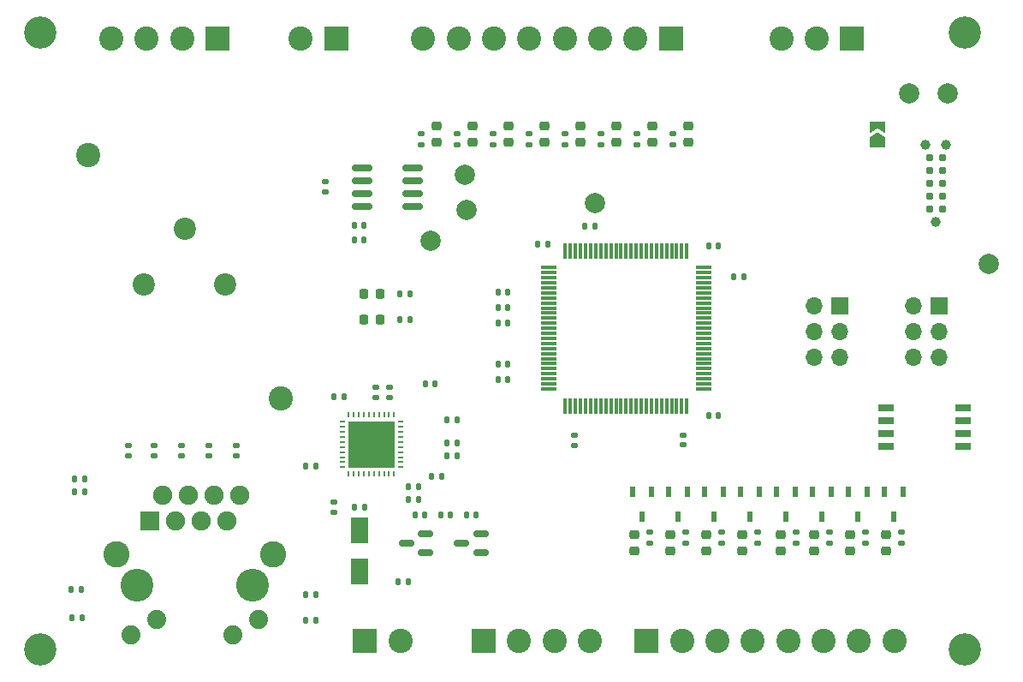
<source format=gts>
G04 #@! TF.GenerationSoftware,KiCad,Pcbnew,(6.0.10)*
G04 #@! TF.CreationDate,2023-05-06T14:56:35+10:00*
G04 #@! TF.ProjectId,jms_ufe_controller,6a6d735f-7566-4655-9f63-6f6e74726f6c,rev?*
G04 #@! TF.SameCoordinates,Original*
G04 #@! TF.FileFunction,Soldermask,Top*
G04 #@! TF.FilePolarity,Negative*
%FSLAX46Y46*%
G04 Gerber Fmt 4.6, Leading zero omitted, Abs format (unit mm)*
G04 Created by KiCad (PCBNEW (6.0.10)) date 2023-05-06 14:56:35*
%MOMM*%
%LPD*%
G01*
G04 APERTURE LIST*
G04 Aperture macros list*
%AMRoundRect*
0 Rectangle with rounded corners*
0 $1 Rounding radius*
0 $2 $3 $4 $5 $6 $7 $8 $9 X,Y pos of 4 corners*
0 Add a 4 corners polygon primitive as box body*
4,1,4,$2,$3,$4,$5,$6,$7,$8,$9,$2,$3,0*
0 Add four circle primitives for the rounded corners*
1,1,$1+$1,$2,$3*
1,1,$1+$1,$4,$5*
1,1,$1+$1,$6,$7*
1,1,$1+$1,$8,$9*
0 Add four rect primitives between the rounded corners*
20,1,$1+$1,$2,$3,$4,$5,0*
20,1,$1+$1,$4,$5,$6,$7,0*
20,1,$1+$1,$6,$7,$8,$9,0*
20,1,$1+$1,$8,$9,$2,$3,0*%
%AMFreePoly0*
4,1,6,1.000000,0.000000,0.500000,-0.750000,-0.500000,-0.750000,-0.500000,0.750000,0.500000,0.750000,1.000000,0.000000,1.000000,0.000000,$1*%
%AMFreePoly1*
4,1,6,0.500000,-0.750000,-0.650000,-0.750000,-0.150000,0.000000,-0.650000,0.750000,0.500000,0.750000,0.500000,-0.750000,0.500000,-0.750000,$1*%
G04 Aperture macros list end*
%ADD10RoundRect,0.135000X0.185000X-0.135000X0.185000X0.135000X-0.185000X0.135000X-0.185000X-0.135000X0*%
%ADD11R,0.600000X1.070000*%
%ADD12R,2.400000X2.400000*%
%ADD13C,2.400000*%
%ADD14RoundRect,0.218750X-0.256250X0.218750X-0.256250X-0.218750X0.256250X-0.218750X0.256250X0.218750X0*%
%ADD15RoundRect,0.135000X-0.135000X-0.185000X0.135000X-0.185000X0.135000X0.185000X-0.135000X0.185000X0*%
%ADD16RoundRect,0.218750X-0.218750X-0.256250X0.218750X-0.256250X0.218750X0.256250X-0.218750X0.256250X0*%
%ADD17R,1.800000X2.500000*%
%ADD18RoundRect,0.135000X-0.185000X0.135000X-0.185000X-0.135000X0.185000X-0.135000X0.185000X0.135000X0*%
%ADD19RoundRect,0.150000X0.587500X0.150000X-0.587500X0.150000X-0.587500X-0.150000X0.587500X-0.150000X0*%
%ADD20RoundRect,0.075000X-0.725000X-0.075000X0.725000X-0.075000X0.725000X0.075000X-0.725000X0.075000X0*%
%ADD21RoundRect,0.075000X-0.075000X-0.725000X0.075000X-0.725000X0.075000X0.725000X-0.075000X0.725000X0*%
%ADD22C,3.200000*%
%ADD23RoundRect,0.140000X-0.140000X-0.170000X0.140000X-0.170000X0.140000X0.170000X-0.140000X0.170000X0*%
%ADD24R,1.700000X1.700000*%
%ADD25O,1.700000X1.700000*%
%ADD26RoundRect,0.140000X0.140000X0.170000X-0.140000X0.170000X-0.140000X-0.170000X0.140000X-0.170000X0*%
%ADD27RoundRect,0.135000X0.135000X0.185000X-0.135000X0.185000X-0.135000X-0.185000X0.135000X-0.185000X0*%
%ADD28RoundRect,0.125000X-0.174999X-0.000001X-0.174999X0.000001X0.174999X0.000001X0.174999X-0.000001X0*%
%ADD29RoundRect,0.125000X0.000001X-0.174999X-0.000001X-0.174999X-0.000001X0.174999X0.000001X0.174999X0*%
%ADD30RoundRect,0.184000X-2.116000X-2.116000X2.116000X-2.116000X2.116000X2.116000X-2.116000X2.116000X0*%
%ADD31RoundRect,0.140000X0.170000X-0.140000X0.170000X0.140000X-0.170000X0.140000X-0.170000X-0.140000X0*%
%ADD32C,2.000000*%
%ADD33FreePoly0,90.000000*%
%ADD34FreePoly1,90.000000*%
%ADD35RoundRect,0.140000X-0.170000X0.140000X-0.170000X-0.140000X0.170000X-0.140000X0.170000X0.140000X0*%
%ADD36C,2.200000*%
%ADD37R,1.600000X0.760000*%
%ADD38C,3.250000*%
%ADD39C,2.600000*%
%ADD40C,1.890000*%
%ADD41R,1.900000X1.900000*%
%ADD42C,1.900000*%
%ADD43C,0.991000*%
%ADD44C,0.787000*%
%ADD45RoundRect,0.150000X0.825000X0.150000X-0.825000X0.150000X-0.825000X-0.150000X0.825000X-0.150000X0*%
G04 APERTURE END LIST*
D10*
X141783318Y-65646783D03*
X141783318Y-64626783D03*
X145339318Y-65646783D03*
X145339318Y-64626783D03*
X148895318Y-65646783D03*
X148895318Y-64626783D03*
X152451318Y-65646783D03*
X152451318Y-64626783D03*
X156007318Y-65646783D03*
X156007318Y-64626783D03*
X159563318Y-65646783D03*
X159563318Y-64626783D03*
X163121318Y-65646783D03*
X163121318Y-64626783D03*
X166675318Y-65646783D03*
X166675318Y-64626783D03*
D11*
X178801318Y-99964783D03*
X176901318Y-99964783D03*
X177851318Y-102444783D03*
X182357318Y-99964783D03*
X180457318Y-99964783D03*
X181407318Y-102444783D03*
X185913318Y-99964783D03*
X184013318Y-99964783D03*
X184963318Y-102444783D03*
X189469318Y-99964783D03*
X187569318Y-99964783D03*
X188519318Y-102444783D03*
X164577318Y-99964783D03*
X162677318Y-99964783D03*
X163627318Y-102444783D03*
X167183318Y-102444783D03*
X166233318Y-99964783D03*
X168133318Y-99964783D03*
X171689318Y-99964783D03*
X169789318Y-99964783D03*
X170739318Y-102444783D03*
X175245318Y-99964783D03*
X173345318Y-99964783D03*
X174295318Y-102444783D03*
D12*
X166479318Y-55168783D03*
D13*
X162979318Y-55168783D03*
X159479318Y-55168783D03*
X155979318Y-55168783D03*
X152479318Y-55168783D03*
X148979318Y-55168783D03*
X145479318Y-55168783D03*
X141979318Y-55168783D03*
X188577318Y-114728000D03*
X185077318Y-114728000D03*
X181577318Y-114728000D03*
X178077318Y-114728000D03*
X174577318Y-114728000D03*
X171077318Y-114728000D03*
X167577318Y-114728000D03*
D12*
X164077318Y-114728000D03*
D14*
X143307318Y-63841283D03*
X143307318Y-65416283D03*
X146863318Y-63841283D03*
X146863318Y-65416283D03*
X150419318Y-63841283D03*
X150419318Y-65416283D03*
X153975318Y-63841283D03*
X153975318Y-65416283D03*
X157531318Y-63841283D03*
X157531318Y-65416283D03*
X161087318Y-63841283D03*
X161087318Y-65416283D03*
X164643318Y-63841283D03*
X164643318Y-65416283D03*
X168199318Y-63841283D03*
X168199318Y-65416283D03*
D12*
X147963318Y-114728783D03*
D13*
X151463318Y-114728783D03*
X154963318Y-114728783D03*
X158463318Y-114728783D03*
D12*
X136234800Y-114714400D03*
D13*
X139734800Y-114714400D03*
D12*
X133373318Y-55168783D03*
D13*
X129873318Y-55168783D03*
X177399318Y-55168783D03*
X180899318Y-55168783D03*
D12*
X184399318Y-55168783D03*
X121633318Y-55168783D03*
D13*
X118133318Y-55168783D03*
X114633318Y-55168783D03*
X111133318Y-55168783D03*
D15*
X107236800Y-112420400D03*
X108256800Y-112420400D03*
D16*
X136144000Y-82956400D03*
X137719000Y-82956400D03*
D10*
X112826800Y-96420400D03*
X112826800Y-95400400D03*
D17*
X135686800Y-103816400D03*
X135686800Y-107816400D03*
D15*
X130350800Y-112674400D03*
X131370800Y-112674400D03*
D18*
X164389318Y-103996783D03*
X164389318Y-105016783D03*
D15*
X107188000Y-109626400D03*
X108208000Y-109626400D03*
D14*
X166421318Y-104227283D03*
X166421318Y-105802283D03*
D19*
X142212300Y-106004400D03*
X142212300Y-104104400D03*
X140337300Y-105054400D03*
D15*
X159006000Y-73772783D03*
X157986000Y-73772783D03*
D20*
X154377000Y-77820000D03*
X154377000Y-78320000D03*
X154377000Y-78820000D03*
X154377000Y-79320000D03*
X154377000Y-79820000D03*
X154377000Y-80320000D03*
X154377000Y-80820000D03*
X154377000Y-81320000D03*
X154377000Y-81820000D03*
X154377000Y-82320000D03*
X154377000Y-82820000D03*
X154377000Y-83320000D03*
X154377000Y-83820000D03*
X154377000Y-84320000D03*
X154377000Y-84820000D03*
X154377000Y-85320000D03*
X154377000Y-85820000D03*
X154377000Y-86320000D03*
X154377000Y-86820000D03*
X154377000Y-87320000D03*
X154377000Y-87820000D03*
X154377000Y-88320000D03*
X154377000Y-88820000D03*
X154377000Y-89320000D03*
X154377000Y-89820000D03*
D21*
X156052000Y-91495000D03*
X156552000Y-91495000D03*
X157052000Y-91495000D03*
X157552000Y-91495000D03*
X158052000Y-91495000D03*
X158552000Y-91495000D03*
X159052000Y-91495000D03*
X159552000Y-91495000D03*
X160052000Y-91495000D03*
X160552000Y-91495000D03*
X161052000Y-91495000D03*
X161552000Y-91495000D03*
X162052000Y-91495000D03*
X162552000Y-91495000D03*
X163052000Y-91495000D03*
X163552000Y-91495000D03*
X164052000Y-91495000D03*
X164552000Y-91495000D03*
X165052000Y-91495000D03*
X165552000Y-91495000D03*
X166052000Y-91495000D03*
X166552000Y-91495000D03*
X167052000Y-91495000D03*
X167552000Y-91495000D03*
X168052000Y-91495000D03*
D20*
X169727000Y-89820000D03*
X169727000Y-89320000D03*
X169727000Y-88820000D03*
X169727000Y-88320000D03*
X169727000Y-87820000D03*
X169727000Y-87320000D03*
X169727000Y-86820000D03*
X169727000Y-86320000D03*
X169727000Y-85820000D03*
X169727000Y-85320000D03*
X169727000Y-84820000D03*
X169727000Y-84320000D03*
X169727000Y-83820000D03*
X169727000Y-83320000D03*
X169727000Y-82820000D03*
X169727000Y-82320000D03*
X169727000Y-81820000D03*
X169727000Y-81320000D03*
X169727000Y-80820000D03*
X169727000Y-80320000D03*
X169727000Y-79820000D03*
X169727000Y-79320000D03*
X169727000Y-78820000D03*
X169727000Y-78320000D03*
X169727000Y-77820000D03*
D21*
X168052000Y-76145000D03*
X167552000Y-76145000D03*
X167052000Y-76145000D03*
X166552000Y-76145000D03*
X166052000Y-76145000D03*
X165552000Y-76145000D03*
X165052000Y-76145000D03*
X164552000Y-76145000D03*
X164052000Y-76145000D03*
X163552000Y-76145000D03*
X163052000Y-76145000D03*
X162552000Y-76145000D03*
X162052000Y-76145000D03*
X161552000Y-76145000D03*
X161052000Y-76145000D03*
X160552000Y-76145000D03*
X160052000Y-76145000D03*
X159552000Y-76145000D03*
X159052000Y-76145000D03*
X158552000Y-76145000D03*
X158052000Y-76145000D03*
X157552000Y-76145000D03*
X157052000Y-76145000D03*
X156552000Y-76145000D03*
X156052000Y-76145000D03*
D22*
X195580000Y-54610000D03*
D23*
X144350800Y-92862400D03*
X145310800Y-92862400D03*
D16*
X136144000Y-80416400D03*
X137719000Y-80416400D03*
D23*
X142210964Y-89306400D03*
X143170964Y-89306400D03*
D24*
X193040518Y-81646783D03*
D25*
X190500518Y-81646783D03*
X193040518Y-84186783D03*
X190500518Y-84186783D03*
X193040518Y-86726783D03*
X190500518Y-86726783D03*
D22*
X104140000Y-54610000D03*
D23*
X170208000Y-92456000D03*
X171168000Y-92456000D03*
D10*
X137261600Y-90629200D03*
X137261600Y-89609200D03*
D26*
X150340000Y-83312000D03*
X149380000Y-83312000D03*
D27*
X131370800Y-110134400D03*
X130350800Y-110134400D03*
D10*
X132334000Y-70358000D03*
X132334000Y-69338000D03*
D19*
X147673300Y-106004400D03*
X147673300Y-104104400D03*
X145798300Y-105054400D03*
D15*
X142796800Y-98450400D03*
X143816800Y-98450400D03*
D18*
X185725318Y-103996783D03*
X185725318Y-105016783D03*
X182169318Y-103996783D03*
X182169318Y-105016783D03*
X167945318Y-103996783D03*
X167945318Y-105016783D03*
D14*
X169977318Y-104227283D03*
X169977318Y-105802283D03*
D18*
X178867318Y-103996783D03*
X178867318Y-105016783D03*
D14*
X187757318Y-104227283D03*
X187757318Y-105802283D03*
D27*
X140716000Y-80416400D03*
X139696000Y-80416400D03*
D22*
X195580000Y-115570000D03*
D18*
X175057318Y-103996783D03*
X175057318Y-105016783D03*
D28*
X133955201Y-93050799D03*
X133955201Y-93550798D03*
X133955201Y-94050797D03*
X133955201Y-94550799D03*
X133955201Y-95050798D03*
X133955201Y-95550797D03*
X133955201Y-96050799D03*
X133955201Y-96550798D03*
X133955201Y-97050799D03*
X133955201Y-97550798D03*
D29*
X134605202Y-98200799D03*
X135105201Y-98200799D03*
X135605200Y-98200799D03*
X136105201Y-98200799D03*
X136605201Y-98200799D03*
X137105199Y-98200799D03*
X137605201Y-98200799D03*
X138105200Y-98200799D03*
X138605202Y-98200799D03*
X139105201Y-98200799D03*
D28*
X139755202Y-97550798D03*
X139755202Y-97050799D03*
X139755202Y-96550798D03*
X139755202Y-96050799D03*
X139755202Y-95550797D03*
X139755202Y-95050798D03*
X139755202Y-94550799D03*
X139755202Y-94050797D03*
X139755202Y-93550798D03*
X139755202Y-93050799D03*
D29*
X139105201Y-92400798D03*
X138605202Y-92400798D03*
X138105200Y-92400798D03*
X137605201Y-92400798D03*
X137105199Y-92400798D03*
X136605201Y-92400798D03*
X136105201Y-92400798D03*
X135605200Y-92400798D03*
X135105201Y-92400798D03*
X134605202Y-92400798D03*
D30*
X136855201Y-95300797D03*
D10*
X115368800Y-96420400D03*
X115368800Y-95400400D03*
D23*
X140540800Y-99466400D03*
X141500800Y-99466400D03*
D31*
X120806800Y-96390400D03*
X120806800Y-95430400D03*
D23*
X107520800Y-98704400D03*
X108480800Y-98704400D03*
D26*
X136166800Y-101498400D03*
X135206800Y-101498400D03*
D15*
X144320800Y-96418400D03*
X145340800Y-96418400D03*
D23*
X139524800Y-108864400D03*
X140484800Y-108864400D03*
D18*
X171501318Y-103996783D03*
X171501318Y-105016783D03*
D32*
X197917318Y-77430383D03*
D26*
X136116000Y-75082400D03*
X135156000Y-75082400D03*
D14*
X162865318Y-104227283D03*
X162865318Y-105802283D03*
D31*
X118054800Y-96390400D03*
X118054800Y-95430400D03*
D23*
X140540800Y-100736400D03*
X141500800Y-100736400D03*
D26*
X142163800Y-102260400D03*
X141203800Y-102260400D03*
D23*
X172720000Y-78740000D03*
X173680000Y-78740000D03*
X133175201Y-90576400D03*
X134135201Y-90576400D03*
D15*
X144320800Y-95148400D03*
X145340800Y-95148400D03*
D33*
X186893550Y-65393400D03*
D34*
X186893550Y-63943400D03*
D18*
X189281318Y-103996783D03*
X189281318Y-105016783D03*
D14*
X173533318Y-104227283D03*
X173533318Y-105802283D03*
D26*
X150340000Y-80264000D03*
X149380000Y-80264000D03*
D32*
X159004518Y-71486783D03*
D23*
X130380800Y-97434400D03*
X131340800Y-97434400D03*
D32*
X142748000Y-75184000D03*
X146304000Y-72136000D03*
D27*
X140720000Y-82956400D03*
X139700000Y-82956400D03*
D26*
X136116000Y-73660000D03*
X135156000Y-73660000D03*
D23*
X143715800Y-102260400D03*
X144675800Y-102260400D03*
D32*
X190043318Y-60615583D03*
D35*
X133146800Y-101018400D03*
X133146800Y-101978400D03*
D13*
X108887925Y-66720900D03*
X127887925Y-90720900D03*
D36*
X114337925Y-79520900D03*
X122437925Y-79520900D03*
X118387925Y-74020900D03*
D32*
X193853318Y-60615583D03*
D26*
X150334967Y-81788000D03*
X149374967Y-81788000D03*
D35*
X156972000Y-94414400D03*
X156972000Y-95374400D03*
D37*
X195377318Y-95489783D03*
X195377318Y-94219783D03*
X195377318Y-92949783D03*
X195377318Y-91679783D03*
X187757318Y-91679783D03*
X187757318Y-92949783D03*
X187757318Y-94219783D03*
X187757318Y-95489783D03*
D26*
X150340000Y-88900000D03*
X149380000Y-88900000D03*
D38*
X113665000Y-109190000D03*
X125095000Y-109190000D03*
D39*
X127155000Y-106140000D03*
X111605000Y-106140000D03*
D40*
X125705000Y-112570000D03*
X123165000Y-114090000D03*
X115595000Y-112570000D03*
X113055000Y-114090000D03*
D41*
X114935000Y-102850000D03*
D42*
X116205000Y-100310000D03*
X117475000Y-102850000D03*
X118745000Y-100310000D03*
X120015000Y-102850000D03*
X121285000Y-100310000D03*
X122555000Y-102850000D03*
X123825000Y-100310000D03*
D26*
X150340000Y-87376000D03*
X149380000Y-87376000D03*
X154296164Y-75544000D03*
X153336164Y-75544000D03*
D22*
X104140000Y-115570000D03*
D10*
X123494800Y-96420400D03*
X123494800Y-95400400D03*
D43*
X191694800Y-65684400D03*
X192709800Y-73304400D03*
X193724800Y-65684400D03*
D44*
X193344800Y-72034400D03*
X193344800Y-70764400D03*
X193344800Y-69494400D03*
X193344800Y-68224400D03*
X193344800Y-66954400D03*
X192074800Y-66954400D03*
X192074800Y-68224400D03*
X192074800Y-69494400D03*
X192074800Y-70764400D03*
X192074800Y-72034400D03*
D27*
X108510800Y-99974400D03*
X107490800Y-99974400D03*
D14*
X184201318Y-104227283D03*
X184201318Y-105802283D03*
D23*
X170208000Y-75692000D03*
X171168000Y-75692000D03*
D14*
X180645318Y-104227283D03*
X180645318Y-105802283D03*
X177343318Y-104227283D03*
X177343318Y-105802283D03*
D32*
X146101318Y-68692783D03*
D31*
X167691318Y-95334783D03*
X167691318Y-94374783D03*
D45*
X140905000Y-71755000D03*
X140905000Y-70485000D03*
X140905000Y-69215000D03*
X140905000Y-67945000D03*
X135955000Y-67945000D03*
X135955000Y-69215000D03*
X135955000Y-70485000D03*
X135955000Y-71755000D03*
D24*
X183185318Y-81646783D03*
D25*
X180645318Y-81646783D03*
X183185318Y-84186783D03*
X180645318Y-84186783D03*
X183185318Y-86726783D03*
X180645318Y-86726783D03*
D10*
X138633200Y-90629200D03*
X138633200Y-89609200D03*
D26*
X147215800Y-102260400D03*
X146255800Y-102260400D03*
M02*

</source>
